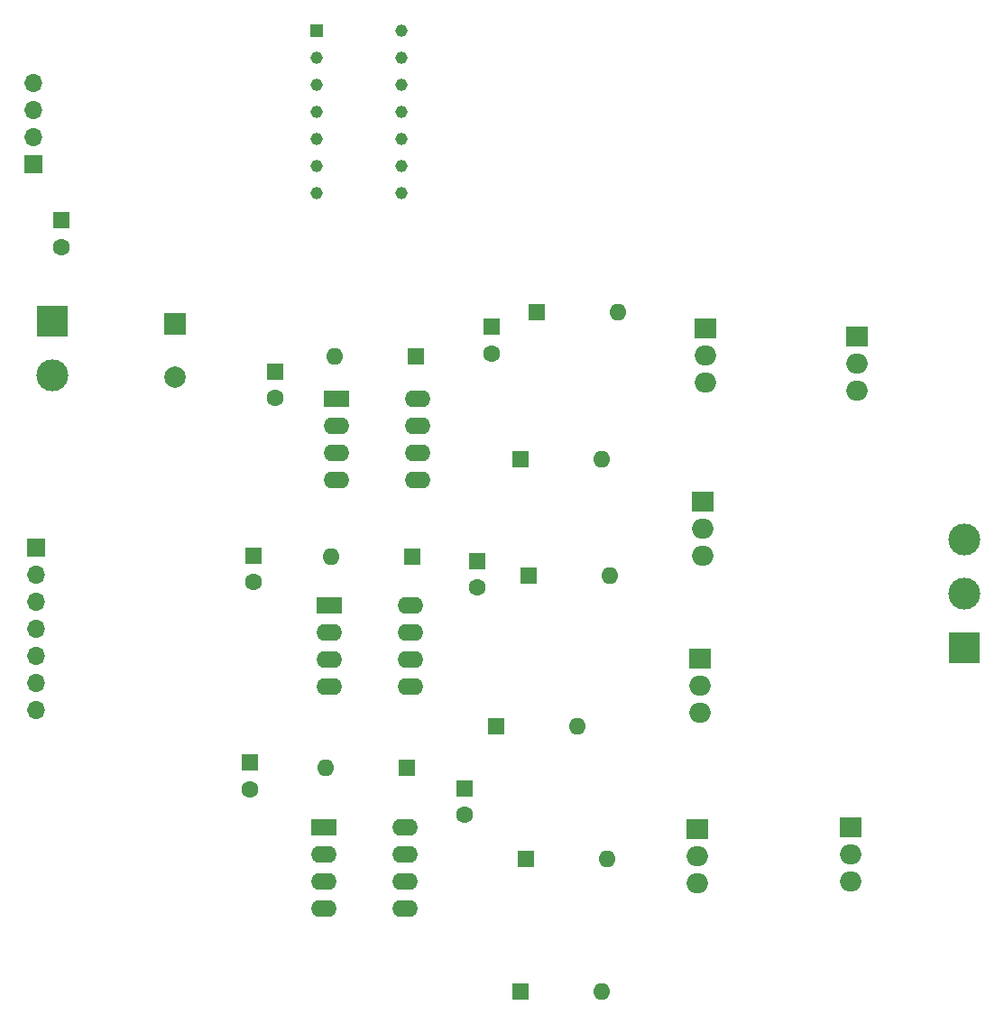
<source format=gbs>
%TF.GenerationSoftware,KiCad,Pcbnew,(5.1.8)-1*%
%TF.CreationDate,2020-12-20T02:03:12+03:00*%
%TF.ProjectId,BLDC_SensorlessWithLM339,424c4443-5f53-4656-9e73-6f726c657373,0.3*%
%TF.SameCoordinates,Original*%
%TF.FileFunction,Soldermask,Bot*%
%TF.FilePolarity,Negative*%
%FSLAX46Y46*%
G04 Gerber Fmt 4.6, Leading zero omitted, Abs format (unit mm)*
G04 Created by KiCad (PCBNEW (5.1.8)-1) date 2020-12-20 02:03:12*
%MOMM*%
%LPD*%
G01*
G04 APERTURE LIST*
%ADD10C,1.170000*%
%ADD11R,1.170000X1.170000*%
%ADD12O,2.400000X1.600000*%
%ADD13R,2.400000X1.600000*%
%ADD14O,2.000000X1.905000*%
%ADD15R,2.000000X1.905000*%
%ADD16C,3.000000*%
%ADD17R,3.000000X3.000000*%
%ADD18O,1.700000X1.700000*%
%ADD19R,1.700000X1.700000*%
%ADD20O,1.600000X1.600000*%
%ADD21R,1.600000X1.600000*%
%ADD22C,2.000000*%
%ADD23R,2.000000X2.000000*%
%ADD24C,1.600000*%
G04 APERTURE END LIST*
D10*
%TO.C,U4*%
X50071000Y-17272000D03*
X50071000Y-19812000D03*
X50071000Y-22352000D03*
X50071000Y-24892000D03*
X50071000Y-27432000D03*
X50071000Y-29972000D03*
X50071000Y-32512000D03*
X42131000Y-32512000D03*
X42131000Y-29972000D03*
X42131000Y-27432000D03*
X42131000Y-24892000D03*
X42131000Y-22352000D03*
X42131000Y-19812000D03*
D11*
X42131000Y-17272000D03*
%TD*%
D12*
%TO.C,U3*%
X50419000Y-92075000D03*
X42799000Y-99695000D03*
X50419000Y-94615000D03*
X42799000Y-97155000D03*
X50419000Y-97155000D03*
X42799000Y-94615000D03*
X50419000Y-99695000D03*
D13*
X42799000Y-92075000D03*
%TD*%
D12*
%TO.C,U2*%
X50927000Y-71247000D03*
X43307000Y-78867000D03*
X50927000Y-73787000D03*
X43307000Y-76327000D03*
X50927000Y-76327000D03*
X43307000Y-73787000D03*
X50927000Y-78867000D03*
D13*
X43307000Y-71247000D03*
%TD*%
D12*
%TO.C,U1*%
X51562000Y-51816000D03*
X43942000Y-59436000D03*
X51562000Y-54356000D03*
X43942000Y-56896000D03*
X51562000Y-56896000D03*
X43942000Y-54356000D03*
X51562000Y-59436000D03*
D13*
X43942000Y-51816000D03*
%TD*%
D14*
%TO.C,Q6*%
X92202000Y-97155000D03*
X92202000Y-94615000D03*
D15*
X92202000Y-92075000D03*
%TD*%
D14*
%TO.C,Q5*%
X77851000Y-97282000D03*
X77851000Y-94742000D03*
D15*
X77851000Y-92202000D03*
%TD*%
D14*
%TO.C,Q4*%
X78613000Y-50292000D03*
X78613000Y-47752000D03*
D15*
X78613000Y-45212000D03*
%TD*%
D14*
%TO.C,Q3*%
X92837000Y-51054000D03*
X92837000Y-48514000D03*
D15*
X92837000Y-45974000D03*
%TD*%
D14*
%TO.C,Q2*%
X78105000Y-81280000D03*
X78105000Y-78740000D03*
D15*
X78105000Y-76200000D03*
%TD*%
D14*
%TO.C,Q1*%
X78359000Y-66548000D03*
X78359000Y-64008000D03*
D15*
X78359000Y-61468000D03*
%TD*%
D16*
%TO.C,J4*%
X102870000Y-65024000D03*
X102870000Y-70104000D03*
D17*
X102870000Y-75184000D03*
%TD*%
D16*
%TO.C,J3*%
X17272000Y-49657000D03*
D17*
X17272000Y-44577000D03*
%TD*%
D18*
%TO.C,J2*%
X15468600Y-22225000D03*
X15468600Y-24765000D03*
X15468600Y-27305000D03*
D19*
X15468600Y-29845000D03*
%TD*%
D18*
%TO.C,J1*%
X15748000Y-81026000D03*
X15748000Y-78486000D03*
X15748000Y-75946000D03*
X15748000Y-73406000D03*
X15748000Y-70866000D03*
X15748000Y-68326000D03*
D19*
X15748000Y-65786000D03*
%TD*%
D20*
%TO.C,D9*%
X70358000Y-43688000D03*
D21*
X62738000Y-43688000D03*
%TD*%
D20*
%TO.C,D8*%
X68834000Y-57531000D03*
D21*
X61214000Y-57531000D03*
%TD*%
D20*
%TO.C,D7*%
X68834000Y-107442000D03*
D21*
X61214000Y-107442000D03*
%TD*%
D20*
%TO.C,D6*%
X66548000Y-82550000D03*
D21*
X58928000Y-82550000D03*
%TD*%
D20*
%TO.C,D5*%
X69596000Y-68453000D03*
D21*
X61976000Y-68453000D03*
%TD*%
D20*
%TO.C,D4*%
X69342000Y-94996000D03*
D21*
X61722000Y-94996000D03*
%TD*%
D20*
%TO.C,D3*%
X42926000Y-86487000D03*
D21*
X50546000Y-86487000D03*
%TD*%
D20*
%TO.C,D2*%
X43815000Y-47879000D03*
D21*
X51435000Y-47879000D03*
%TD*%
D20*
%TO.C,D1*%
X43434000Y-66675000D03*
D21*
X51054000Y-66675000D03*
%TD*%
D22*
%TO.C,C8*%
X28829000Y-49831000D03*
D23*
X28829000Y-44831000D03*
%TD*%
D24*
%TO.C,C7*%
X58547000Y-47585000D03*
D21*
X58547000Y-45085000D03*
%TD*%
D24*
%TO.C,C6*%
X57150000Y-69556000D03*
D21*
X57150000Y-67056000D03*
%TD*%
D24*
%TO.C,C5*%
X56007000Y-90892000D03*
D21*
X56007000Y-88392000D03*
%TD*%
D24*
%TO.C,C4*%
X35814000Y-88479000D03*
D21*
X35814000Y-85979000D03*
%TD*%
D24*
%TO.C,C3*%
X36195000Y-69048000D03*
D21*
X36195000Y-66548000D03*
%TD*%
D24*
%TO.C,C2*%
X38227000Y-51776000D03*
D21*
X38227000Y-49276000D03*
%TD*%
D24*
%TO.C,C1*%
X18135600Y-37602800D03*
D21*
X18135600Y-35102800D03*
%TD*%
M02*

</source>
